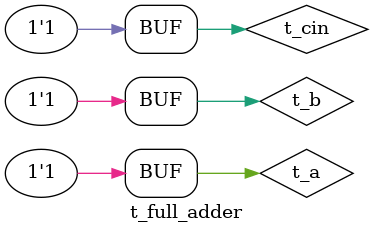
<source format=v>
module t_full_adder();
  reg t_a,t_b,t_cin;
  wire t_s,t_cout;
  
  full_adder dut(.a(t_a),.b(t_b),.cin(t_cin),.s(t_s),.c(t_cout));
  
  initial begin
    $dumpfile("dump.vcd");
    $dumpvars(1);
  end
  initial begin
    //0
    t_a = 0;
    t_b = 0;
    t_cin = 0;
    #5
    //1
    t_a = 0;
    t_b = 0;
    t_cin = 1;
    #5//2
    t_a = 0;
    t_b = 1;
    t_cin = 0;
    #5//3
    t_a = 0;
    t_b = 1;
    t_cin = 1;
    #5//4
    t_a = 1;
    t_b = 0;
    t_cin = 0;
    #5//5
    t_a = 1;
    t_b = 0;
    t_cin = 1;
    #5//6
    t_a = 1;
    t_b = 1;
    t_cin = 0;
    #5//7
    t_a = 1;
    t_b = 1;
    t_cin = 1;
  end
endmodule

</source>
